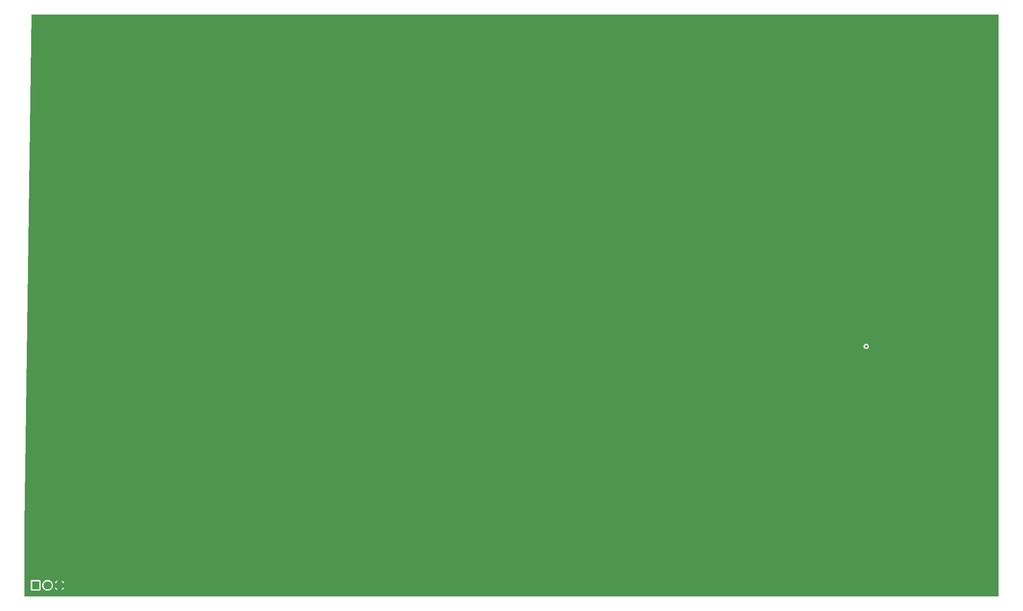
<source format=gbl>
G04 Layer: BottomLayer*
G04 EasyEDA v6.5.22, 2023-01-08 22:04:36*
G04 50778058e726430f88483f2d530aa7e2,b1765b40525a4c9d95aa1863292b2e8c,10*
G04 Gerber Generator version 0.2*
G04 Scale: 100 percent, Rotated: No, Reflected: No *
G04 Dimensions in millimeters *
G04 leading zeros omitted , absolute positions ,4 integer and 5 decimal *
%FSLAX45Y45*%
%MOMM*%

%ADD10C,1.8000*%
%ADD11R,1.5748X1.8000*%
%ADD12C,0.6096*%

%LPD*%
G36*
X362661Y271576D02*
G01*
X358749Y272338D01*
X355447Y274523D01*
X353263Y277825D01*
X352501Y281736D01*
X352501Y1813763D01*
X507847Y12778892D01*
X508660Y12782702D01*
X510895Y12785953D01*
X514146Y12788138D01*
X518007Y12788900D01*
X21290483Y12788900D01*
X21294344Y12788138D01*
X21297646Y12785902D01*
X21299830Y12782651D01*
X21300643Y12778740D01*
X21300643Y281736D01*
X21299830Y277825D01*
X21297646Y274523D01*
X21294344Y272338D01*
X21290483Y271576D01*
G37*

%LPC*%
G36*
X517499Y395681D02*
G01*
X673811Y395681D01*
X680161Y396392D01*
X685596Y398322D01*
X690524Y401421D01*
X694588Y405485D01*
X697687Y410413D01*
X699617Y415848D01*
X700328Y422198D01*
X700328Y601065D01*
X699617Y607364D01*
X697687Y612800D01*
X694588Y617728D01*
X690524Y621792D01*
X685596Y624890D01*
X680161Y626821D01*
X673811Y627532D01*
X517499Y627532D01*
X511149Y626821D01*
X505714Y624890D01*
X500837Y621792D01*
X496722Y617728D01*
X493623Y612800D01*
X491743Y607364D01*
X491032Y601065D01*
X491032Y422198D01*
X491743Y415848D01*
X493623Y410413D01*
X496722Y405485D01*
X500837Y401421D01*
X505714Y398322D01*
X511149Y396392D01*
G37*
G36*
X842365Y395935D02*
G01*
X856945Y395935D01*
X871372Y397764D01*
X885494Y401370D01*
X899007Y406755D01*
X911758Y413766D01*
X923544Y422300D01*
X934161Y432257D01*
X943406Y443484D01*
X951230Y455777D01*
X957427Y468934D01*
X961898Y482803D01*
X964641Y497078D01*
X965555Y511606D01*
X964641Y526135D01*
X961898Y540410D01*
X957427Y554278D01*
X951230Y567436D01*
X943406Y579729D01*
X934161Y590956D01*
X923544Y600913D01*
X911758Y609447D01*
X899007Y616458D01*
X885494Y621842D01*
X871372Y625449D01*
X856945Y627278D01*
X842365Y627278D01*
X827938Y625449D01*
X813866Y621842D01*
X800303Y616458D01*
X787552Y609447D01*
X775817Y600913D01*
X765200Y590956D01*
X755904Y579729D01*
X748131Y567436D01*
X741934Y554278D01*
X737412Y540410D01*
X734669Y526135D01*
X733755Y511606D01*
X734669Y497078D01*
X737412Y482803D01*
X741934Y468934D01*
X748131Y455777D01*
X755904Y443484D01*
X765200Y432257D01*
X775817Y422300D01*
X787552Y413766D01*
X800303Y406755D01*
X813866Y401370D01*
X827938Y397764D01*
G37*
G36*
X1052322Y407873D02*
G01*
X1052322Y460248D01*
X999998Y460248D01*
X1002131Y455777D01*
X1009903Y443484D01*
X1019200Y432257D01*
X1029817Y422300D01*
X1041552Y413766D01*
G37*
G36*
X1155039Y407873D02*
G01*
X1165758Y413766D01*
X1177544Y422300D01*
X1188161Y432257D01*
X1197406Y443484D01*
X1205230Y455777D01*
X1207312Y460248D01*
X1155039Y460248D01*
G37*
G36*
X999998Y562965D02*
G01*
X1052322Y562965D01*
X1052322Y615391D01*
X1041552Y609447D01*
X1029817Y600913D01*
X1019200Y590956D01*
X1009903Y579729D01*
X1002131Y567436D01*
G37*
G36*
X1155039Y562965D02*
G01*
X1207312Y562965D01*
X1205230Y567436D01*
X1197406Y579729D01*
X1188161Y590956D01*
X1177544Y600913D01*
X1165758Y609447D01*
X1155039Y615391D01*
G37*
G36*
X18453100Y5595162D02*
G01*
X18462904Y5596026D01*
X18472353Y5598566D01*
X18481294Y5602681D01*
X18489320Y5608320D01*
X18496280Y5615279D01*
X18501918Y5623306D01*
X18506033Y5632246D01*
X18508573Y5641695D01*
X18509437Y5651500D01*
X18508573Y5661304D01*
X18506033Y5670753D01*
X18501918Y5679694D01*
X18496280Y5687720D01*
X18489320Y5694680D01*
X18481294Y5700318D01*
X18472353Y5704433D01*
X18462904Y5706973D01*
X18453100Y5707837D01*
X18443295Y5706973D01*
X18433846Y5704433D01*
X18424906Y5700318D01*
X18416879Y5694680D01*
X18409920Y5687720D01*
X18404281Y5679694D01*
X18400166Y5670753D01*
X18397626Y5661304D01*
X18396762Y5651500D01*
X18397626Y5641695D01*
X18400166Y5632246D01*
X18404281Y5623306D01*
X18409920Y5615279D01*
X18416879Y5608320D01*
X18424906Y5602681D01*
X18433846Y5598566D01*
X18443295Y5596026D01*
G37*

%LPD*%
D10*
G01*
X1103655Y511606D03*
G01*
X849655Y511606D03*
D11*
G01*
X595655Y511606D03*
D12*
G01*
X1943100Y8255000D03*
G01*
X3124200Y8356600D03*
G01*
X4203700Y9372600D03*
G01*
X4991100Y9829800D03*
G01*
X4991100Y8788400D03*
G01*
X5486400Y10299700D03*
G01*
X6337300Y10515600D03*
G01*
X6604000Y9664700D03*
G01*
X6972300Y11226800D03*
G01*
X8039100Y10502900D03*
G01*
X9042400Y11099800D03*
G01*
X9969500Y10769600D03*
G01*
X10350500Y10210800D03*
G01*
X10439400Y9131300D03*
G01*
X11734800Y9982200D03*
G01*
X12890500Y10096500D03*
G01*
X11239500Y8318500D03*
G01*
X12890500Y8369300D03*
G01*
X8940800Y9093200D03*
G01*
X9563100Y8166100D03*
G01*
X7581900Y9004300D03*
G01*
X8280400Y8026400D03*
G01*
X7429500Y7734300D03*
G01*
X6362700Y8382000D03*
G01*
X13754100Y7175500D03*
G01*
X11518900Y7531100D03*
G01*
X11696700Y6781800D03*
G01*
X13614400Y6045200D03*
G01*
X14973300Y7226300D03*
G01*
X15824200Y8496300D03*
G01*
X16460800Y7366000D03*
G01*
X16003600Y5778500D03*
G01*
X17983200Y6743700D03*
G01*
X18897600Y6540500D03*
G01*
X19773900Y6464300D03*
G01*
X19812000Y5359400D03*
G01*
X18300700Y5676900D03*
G01*
X18453100Y5651500D03*
G01*
X18491200Y4343400D03*
G01*
X17221200Y4965700D03*
G01*
X17767300Y3416300D03*
G01*
X16484600Y3835400D03*
G01*
X17170400Y2616200D03*
G01*
X15773400Y2349500D03*
G01*
X15252700Y3683000D03*
G01*
X15405100Y4889500D03*
G01*
X14109700Y4775200D03*
G01*
X13601700Y3162300D03*
G01*
X14490700Y2044700D03*
G01*
X12750800Y2095500D03*
G01*
X11988800Y3327400D03*
G01*
X12509500Y4902200D03*
G01*
X10909300Y4102100D03*
G01*
X10922000Y5892800D03*
G01*
X9702800Y4559300D03*
G01*
X9436100Y3073400D03*
G01*
X8331200Y4216400D03*
G01*
X7759700Y2578100D03*
G01*
X7048500Y1371600D03*
G01*
X5803900Y2527300D03*
G01*
X5892800Y3721100D03*
G01*
X6758000Y4457700D03*
G01*
X4343400Y3886200D03*
G01*
X2921000Y4711700D03*
G01*
X2451100Y6134100D03*
G01*
X3797300Y6845300D03*
G01*
X4356100Y6019800D03*
G01*
X4546600Y5346700D03*
G01*
X5029200Y6527800D03*
G01*
X5245100Y7861300D03*
G01*
X9944100Y6578600D03*
G01*
X9296400Y7302500D03*
G01*
X8534400Y5867400D03*
G01*
X6553200Y5600700D03*
G01*
X6273800Y6832600D03*
G01*
X7175500Y6858000D03*
G01*
X14097000Y3454400D03*
G01*
X1385900Y7670800D03*
M02*

</source>
